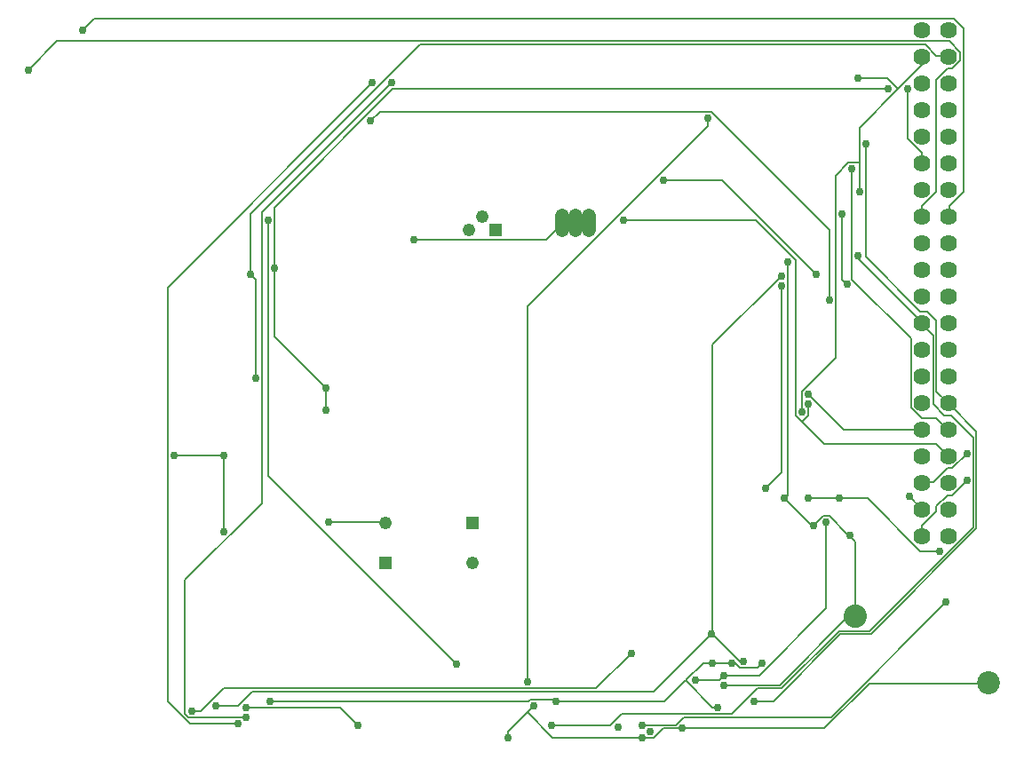
<source format=gbr>
G04 EAGLE Gerber RS-274X export*
G75*
%MOMM*%
%FSLAX34Y34*%
%LPD*%
%INBottom Copper*%
%IPPOS*%
%AMOC8*
5,1,8,0,0,1.08239X$1,22.5*%
G01*
G04 Define Apertures*
%ADD10R,1.238000X1.238000*%
%ADD11C,1.238000*%
%ADD12C,2.190000*%
%ADD13C,2.220000*%
%ADD14C,1.388000*%
%ADD15C,1.620009*%
%ADD16C,0.152400*%
%ADD17C,0.756400*%
D10*
X403040Y215900D03*
D11*
X485960Y215900D03*
D10*
X485960Y254000D03*
D11*
X403040Y254000D03*
D12*
X977900Y101600D03*
D13*
X850900Y165100D03*
D10*
X508000Y533400D03*
D11*
X495300Y546100D03*
X482600Y533400D03*
D14*
X571500Y532760D02*
X571500Y546640D01*
X584200Y546640D02*
X584200Y532760D01*
X596900Y532760D02*
X596900Y546640D01*
D15*
X939800Y723900D03*
X914400Y723900D03*
X939800Y698500D03*
X914400Y698500D03*
X939800Y673100D03*
X914400Y673100D03*
X939800Y647700D03*
X914400Y647700D03*
X939800Y622300D03*
X914400Y622300D03*
X939800Y596900D03*
X914400Y596900D03*
X939800Y571500D03*
X914400Y571500D03*
X939800Y546100D03*
X914400Y546100D03*
X939800Y520700D03*
X914400Y520700D03*
X939800Y495300D03*
X914400Y495300D03*
X939800Y469900D03*
X914400Y469900D03*
X939800Y444500D03*
X914400Y444500D03*
X939800Y419100D03*
X914400Y419100D03*
X939800Y393700D03*
X914400Y393700D03*
X939800Y368300D03*
X914400Y368300D03*
X939800Y342900D03*
X914400Y342900D03*
X939800Y317500D03*
X914400Y317500D03*
X939800Y292100D03*
X914400Y292100D03*
X939800Y266700D03*
X914400Y266700D03*
X939800Y241300D03*
X914400Y241300D03*
D16*
X402336Y254508D02*
X348996Y254508D01*
X402336Y254508D02*
X403040Y254000D01*
D17*
X348996Y254508D03*
D16*
X519684Y54864D02*
X519684Y48768D01*
X537972Y73152D02*
X544068Y79248D01*
X537972Y73152D02*
X519684Y54864D01*
X667512Y57912D02*
X685800Y57912D01*
X667512Y57912D02*
X658368Y48768D01*
X647700Y48768D02*
X562356Y48768D01*
X647700Y48768D02*
X658368Y48768D01*
X562356Y48768D02*
X537972Y73152D01*
X864108Y100584D02*
X976884Y100584D01*
X864108Y100584D02*
X821436Y57912D01*
X685800Y57912D01*
X976884Y100584D02*
X977900Y101600D01*
X556260Y524256D02*
X429768Y524256D01*
X556260Y524256D02*
X571500Y539496D01*
X571500Y539700D01*
D17*
X519684Y48768D03*
X544068Y79248D03*
X685800Y57912D03*
X647700Y48768D03*
X429768Y524256D03*
D16*
X861060Y507492D02*
X861060Y615696D01*
X861060Y507492D02*
X912876Y455676D01*
X918972Y455676D01*
X928116Y446532D01*
X928116Y379476D01*
X938784Y368808D01*
X939800Y368300D01*
X772668Y83820D02*
X754380Y83820D01*
X772668Y83820D02*
X836676Y147828D01*
X865632Y147828D01*
X966216Y248412D01*
X966216Y341376D01*
X940308Y367284D01*
X939800Y368300D01*
D17*
X861060Y615696D03*
X754380Y83820D03*
D16*
X262128Y79248D02*
X240792Y79248D01*
X262128Y79248D02*
X275844Y92964D01*
X658368Y92964D01*
X713232Y147828D01*
X740664Y121920D02*
X743712Y121920D01*
X740664Y121920D02*
X714756Y147828D01*
X714756Y423672D02*
X780288Y489204D01*
X714756Y423672D02*
X714756Y147828D01*
X713232Y147828D01*
D17*
X240792Y79248D03*
X713232Y147828D03*
X743712Y121920D03*
X780288Y489204D03*
D16*
X822960Y254508D02*
X822960Y172212D01*
X758952Y108204D01*
X725424Y108204D01*
X720852Y103632D02*
X697992Y103632D01*
X720852Y103632D02*
X725424Y108204D01*
X291084Y298704D02*
X291084Y542544D01*
X291084Y298704D02*
X470916Y118872D01*
D17*
X822960Y254508D03*
X725424Y108204D03*
X697992Y103632D03*
X291084Y542544D03*
X470916Y118872D03*
D16*
X847344Y486156D02*
X847344Y591312D01*
X847344Y486156D02*
X903732Y429768D01*
X903732Y364236D01*
X914400Y353568D01*
X928116Y353568D01*
X938784Y342900D01*
X939800Y342900D01*
X679704Y60960D02*
X647700Y60960D01*
X679704Y60960D02*
X687324Y68580D01*
X827532Y68580D01*
X937260Y178308D01*
D17*
X847344Y591312D03*
X647700Y60960D03*
X937260Y178308D03*
D16*
X838200Y486156D02*
X838200Y548640D01*
X838200Y486156D02*
X842772Y481584D01*
D17*
X838200Y548640D03*
X842772Y481584D03*
X655320Y54864D03*
D16*
X227076Y74676D02*
X217932Y74676D01*
X227076Y74676D02*
X248412Y96012D01*
X603504Y96012D01*
X637032Y129540D01*
X780288Y301752D02*
X780288Y480060D01*
X780288Y301752D02*
X765048Y286512D01*
D17*
X217932Y74676D03*
X637032Y129540D03*
X624840Y59436D03*
X780288Y480060D03*
X765048Y286512D03*
D16*
X853440Y505968D02*
X853440Y509016D01*
X853440Y505968D02*
X914400Y445008D01*
X914400Y444500D01*
X617220Y60960D02*
X560832Y60960D01*
X617220Y60960D02*
X627888Y71628D01*
X733044Y71628D01*
X757428Y96012D01*
X780288Y96012D01*
X835152Y150876D01*
X864108Y150876D01*
X963168Y249936D01*
X963168Y335280D01*
X941832Y356616D01*
X935736Y356616D01*
X925068Y367284D01*
X925068Y432816D01*
X914400Y443484D01*
X914400Y444500D01*
D17*
X853440Y509016D03*
X560832Y60960D03*
D16*
X537972Y102108D02*
X537972Y460248D01*
X710184Y632460D01*
X710184Y640080D01*
D17*
X537972Y102108D03*
X710184Y640080D03*
D16*
X723900Y580644D02*
X667512Y580644D01*
X723900Y580644D02*
X813816Y490728D01*
D17*
X667512Y580644D03*
X813816Y490728D03*
D16*
X839724Y342900D02*
X914400Y342900D01*
X839724Y342900D02*
X806196Y376428D01*
D17*
X806196Y376428D03*
D16*
X755904Y542544D02*
X629412Y542544D01*
X755904Y542544D02*
X794004Y504444D01*
X794004Y356616D01*
X800100Y350520D02*
X821436Y329184D01*
X800100Y350520D02*
X794004Y356616D01*
X821436Y329184D02*
X928116Y329184D01*
X939800Y317500D01*
X806196Y356616D02*
X806196Y367284D01*
X806196Y356616D02*
X800100Y350520D01*
D17*
X629412Y542544D03*
X806196Y367284D03*
D16*
X262128Y62484D02*
X216408Y62484D01*
X195072Y83820D01*
X195072Y478536D01*
X390144Y673608D01*
D17*
X262128Y62484D03*
X390144Y673608D03*
D16*
X269748Y68580D02*
X214884Y68580D01*
X211836Y71628D01*
X211836Y199644D01*
X284988Y272796D01*
X284988Y550164D01*
X408432Y673608D01*
D17*
X269748Y68580D03*
X408432Y673608D03*
D16*
X806196Y277368D02*
X835152Y277368D01*
X862584Y277368D01*
X912876Y227076D01*
X931164Y227076D01*
D17*
X806196Y277368D03*
X835152Y277368D03*
X931164Y227076D03*
D16*
X359664Y77724D02*
X269748Y77724D01*
X359664Y77724D02*
X376428Y60960D01*
X810768Y251460D02*
X819912Y260604D01*
X826008Y260604D01*
X844296Y242316D02*
X850392Y236220D01*
X844296Y242316D02*
X826008Y260604D01*
X850392Y236220D02*
X850392Y166116D01*
X850900Y165100D01*
X778764Y99060D02*
X725424Y99060D01*
X778764Y99060D02*
X844296Y164592D01*
X850392Y164592D01*
X850900Y165100D01*
X809244Y251460D02*
X783336Y277368D01*
X809244Y251460D02*
X810768Y251460D01*
X786384Y280416D02*
X786384Y502920D01*
X786384Y280416D02*
X783336Y277368D01*
X844296Y242316D02*
X845820Y242316D01*
D17*
X269748Y77724D03*
X376428Y60960D03*
X810768Y251460D03*
X725424Y99060D03*
X783336Y277368D03*
X786384Y502920D03*
X845820Y242316D03*
D16*
X854964Y597408D02*
X854964Y630936D01*
X854964Y597408D02*
X854964Y569976D01*
X891540Y667512D02*
X914400Y690372D01*
X891540Y667512D02*
X854964Y630936D01*
X914400Y690372D02*
X914400Y698500D01*
X891540Y667512D02*
X880872Y678180D01*
X853440Y678180D01*
X248412Y318516D02*
X201168Y318516D01*
X733044Y120396D02*
X736092Y120396D01*
X740664Y115824D01*
X757428Y115824D01*
X762000Y120396D01*
X733044Y120396D02*
X714756Y120396D01*
X669036Y83820D02*
X565404Y83820D01*
X688848Y103632D02*
X705612Y120396D01*
X688848Y103632D02*
X669036Y83820D01*
X705612Y120396D02*
X714756Y120396D01*
X539496Y83820D02*
X292608Y83820D01*
X539496Y83820D02*
X541020Y85344D01*
X563880Y85344D01*
X565404Y83820D01*
X714756Y77724D02*
X719328Y77724D01*
X714756Y77724D02*
X688848Y103632D01*
X248412Y245364D02*
X248412Y318516D01*
X844296Y597408D02*
X854964Y597408D01*
X844296Y597408D02*
X832104Y585216D01*
X832104Y411480D01*
X800100Y379476D01*
X800100Y359664D01*
D17*
X854964Y569976D03*
X853440Y678180D03*
X201168Y318516D03*
X248412Y318516D03*
X733044Y120396D03*
X762000Y120396D03*
X714756Y120396D03*
X565404Y83820D03*
X292608Y83820D03*
X719328Y77724D03*
X248412Y245364D03*
X800100Y359664D03*
D16*
X345948Y361188D02*
X345948Y382524D01*
X297180Y431292D02*
X297180Y496824D01*
X297180Y431292D02*
X345948Y382524D01*
X409956Y667512D02*
X882396Y667512D01*
X409956Y667512D02*
X297180Y554736D01*
X297180Y496824D01*
D17*
X345948Y382524D03*
X345948Y361188D03*
X297180Y496824D03*
X882396Y667512D03*
D16*
X928116Y699516D02*
X938784Y699516D01*
X928116Y699516D02*
X917448Y710184D01*
X435864Y710184D01*
X274320Y548640D01*
X274320Y490728D01*
X938784Y699516D02*
X939800Y698500D01*
X278892Y486156D02*
X278892Y391668D01*
X278892Y486156D02*
X274320Y490728D01*
D17*
X274320Y490728D03*
X278892Y391668D03*
D16*
X914400Y292608D02*
X925068Y292608D01*
X938784Y306324D01*
X943356Y306324D01*
X957072Y320040D01*
X914400Y292608D02*
X914400Y292100D01*
D17*
X957072Y320040D03*
D16*
X914400Y596900D02*
X914400Y606552D01*
X900684Y620268D01*
X900684Y667512D01*
D17*
X900684Y667512D03*
D16*
X902208Y278892D02*
X914400Y266700D01*
X826008Y466344D02*
X826008Y533400D01*
X713232Y646176D01*
X397764Y646176D01*
X388620Y637032D01*
D17*
X902208Y278892D03*
X826008Y466344D03*
X388620Y637032D03*
D16*
X914400Y251460D02*
X914400Y241300D01*
X914400Y251460D02*
X928116Y265176D01*
X928116Y269748D01*
X938784Y280416D01*
X943356Y280416D01*
X957072Y294132D01*
D17*
X957072Y294132D03*
D16*
X940308Y547116D02*
X940308Y556260D01*
X954024Y569976D01*
X954024Y725424D01*
X944880Y734568D01*
X124968Y734568D01*
X114300Y723900D01*
X939800Y546100D02*
X940308Y547116D01*
D17*
X114300Y723900D03*
D16*
X914400Y556260D02*
X914400Y546100D01*
X914400Y556260D02*
X928116Y569976D01*
X928116Y676656D01*
X938784Y687324D01*
X943356Y687324D01*
X950976Y694944D01*
X950976Y702564D01*
X940308Y713232D01*
X89916Y713232D01*
X62484Y685800D01*
D17*
X62484Y685800D03*
M02*

</source>
